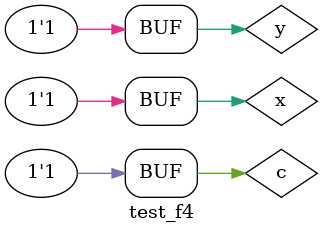
<source format=v>
module f4 (output s, input ch,input a, input b); 
	wire s1;
	wire s2; 
	
	wire s3; 
	wire s4;

// descrever por portas
   and and1(s1,a,b);
	and and2(s1,a,b);
	
	or or1(s2,a,b);
	or or2(s2,a,b);

	
//Selecão de Operação
	and ANDA1(s3,s1,ch);
	and ANDA2(s3,s1,ch);
	and ANDO(s4,s2,~ch);
	and AND1(s4,s2,~ch);
	or ORC(s,s3,s4);
	or ORC(s,s3,s4);		
endmodule // f4 
module test_f4;
	// ------------------------- definir dados 
	reg  x; 
	reg  y; 
	wire z; 
	reg c; 	
	f4 modulo (z, c, x, y);
 
 // parte principal		
initial begin 
	$display("Exemplo003 - Milton costa teles da silva - 002751"); 
   $display("Test LU's module");
		x = 0; y = 0; c =0;
// projetar testes do modulo
  $display("a b ch  s");
	$monitor("%b %b  %b  %b",x,y,c,z);
	#1 x=0; y=0; c=0;
	#1 x=0; y=1; c=0;
	#1 x=1; y=0; c=0;
	#1 x=1; y=1; c=0;
$display("a b ch  s");
   #1 x=0; y=0; c=1;
	#1 x=0; y=1; c=1;
	#1 x=1; y=0; c=1;
	#1 x=1; y=1; c=1;	  
end 
endmodule // test_f4  
</source>
